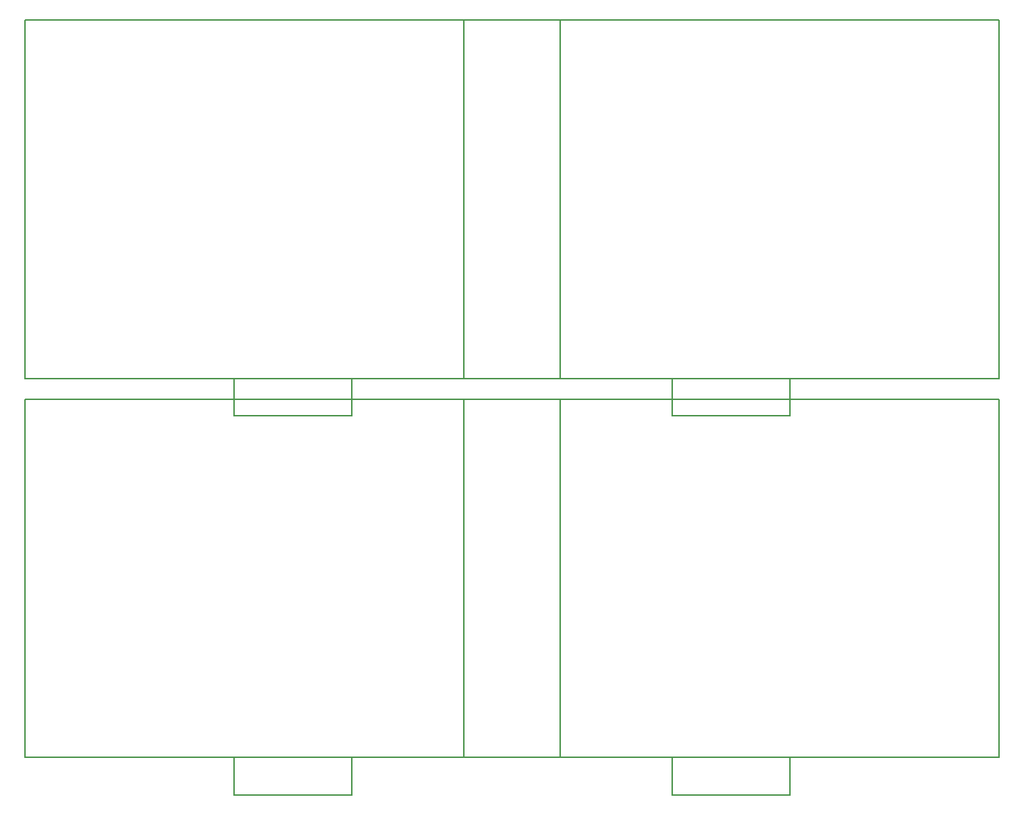
<source format=gbo>
G75*
%MOIN*%
%OFA0B0*%
%FSLAX25Y25*%
%IPPOS*%
%LPD*%
%AMOC8*
5,1,8,0,0,1.08239X$1,22.5*
%
%ADD10C,0.00787*%
D10*
X0061357Y0119524D02*
X0061357Y0287024D01*
X0311357Y0287024D01*
X0311357Y0119524D01*
X0213857Y0119524D01*
X0158857Y0119524D01*
X0158857Y0102024D01*
X0213857Y0102024D01*
X0213857Y0119524D01*
X0266082Y0119524D02*
X0266082Y0287024D01*
X0516082Y0287024D01*
X0516082Y0119524D01*
X0418582Y0119524D01*
X0363582Y0119524D01*
X0363582Y0102024D01*
X0418582Y0102024D01*
X0418582Y0119524D01*
X0363582Y0119524D02*
X0266082Y0119524D01*
X0158857Y0119524D02*
X0061357Y0119524D01*
X0158857Y0279189D02*
X0158857Y0296689D01*
X0061357Y0296689D01*
X0061357Y0464189D01*
X0311357Y0464189D01*
X0311357Y0296689D01*
X0213857Y0296689D01*
X0158857Y0296689D01*
X0158857Y0279189D02*
X0213857Y0279189D01*
X0213857Y0296689D01*
X0266082Y0296689D02*
X0266082Y0464189D01*
X0516082Y0464189D01*
X0516082Y0296689D01*
X0418582Y0296689D01*
X0363582Y0296689D01*
X0363582Y0279189D01*
X0418582Y0279189D01*
X0418582Y0296689D01*
X0363582Y0296689D02*
X0266082Y0296689D01*
M02*

</source>
